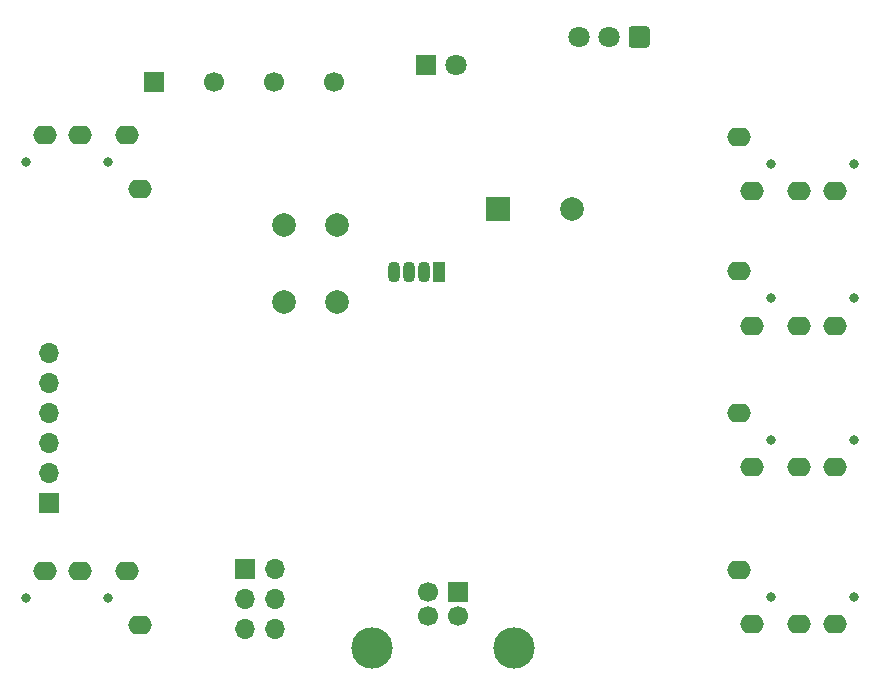
<source format=gts>
G04 #@! TF.GenerationSoftware,KiCad,Pcbnew,5.1.7-a382d34a8~87~ubuntu20.04.1*
G04 #@! TF.CreationDate,2020-11-13T16:05:12-05:00*
G04 #@! TF.ProjectId,atmega32u4_hub_pcb_1_3,61746d65-6761-4333-9275-345f6875625f,1.3*
G04 #@! TF.SameCoordinates,Original*
G04 #@! TF.FileFunction,Soldermask,Top*
G04 #@! TF.FilePolarity,Negative*
%FSLAX46Y46*%
G04 Gerber Fmt 4.6, Leading zero omitted, Abs format (unit mm)*
G04 Created by KiCad (PCBNEW 5.1.7-a382d34a8~87~ubuntu20.04.1) date 2020-11-13 16:05:12*
%MOMM*%
%LPD*%
G01*
G04 APERTURE LIST*
%ADD10O,1.700000X1.700000*%
%ADD11R,1.700000X1.700000*%
%ADD12C,1.800000*%
%ADD13O,2.000000X1.600000*%
%ADD14C,0.800000*%
%ADD15R,1.800000X1.800000*%
%ADD16C,2.000000*%
%ADD17C,3.500000*%
%ADD18C,1.700000*%
%ADD19O,1.070000X1.800000*%
%ADD20R,1.070000X1.800000*%
%ADD21R,2.000000X2.000000*%
G04 APERTURE END LIST*
D10*
X111455200Y-100330000D03*
X111455200Y-102870000D03*
X111455200Y-105410000D03*
X111455200Y-107950000D03*
X111455200Y-110490000D03*
D11*
X111455200Y-113030000D03*
D12*
X156311600Y-73596500D03*
X158851600Y-73596500D03*
G36*
G01*
X162291600Y-72944900D02*
X162291600Y-74248100D01*
G75*
G02*
X162043200Y-74496500I-248400J0D01*
G01*
X160740000Y-74496500D01*
G75*
G02*
X160491600Y-74248100I0J248400D01*
G01*
X160491600Y-72944900D01*
G75*
G02*
X160740000Y-72696500I248400J0D01*
G01*
X162043200Y-72696500D01*
G75*
G02*
X162291600Y-72944900I0J-248400D01*
G01*
G37*
D13*
X169850000Y-118717000D03*
X170950000Y-123317000D03*
X177950000Y-123317000D03*
D14*
X172550000Y-121017000D03*
X179550000Y-121017000D03*
D13*
X174950000Y-123317000D03*
D11*
X128000000Y-118668800D03*
D10*
X130540000Y-118668800D03*
X128000000Y-121208800D03*
X130540000Y-121208800D03*
X128000000Y-123748800D03*
X130540000Y-123748800D03*
D12*
X145859500Y-75946000D03*
D15*
X143319500Y-75946000D03*
D16*
X131318000Y-89512000D03*
X135818000Y-89512000D03*
X131318000Y-96012000D03*
X135818000Y-96012000D03*
D17*
X138780000Y-125334600D03*
X150820000Y-125334600D03*
D18*
X146050000Y-122624600D03*
X143550000Y-122624600D03*
X143550000Y-120624600D03*
D11*
X146050000Y-120624600D03*
D19*
X140652500Y-93472000D03*
X141922500Y-93472000D03*
X143192500Y-93472000D03*
D20*
X144462500Y-93472000D03*
D13*
X169850000Y-105438800D03*
X170950000Y-110038800D03*
X177950000Y-110038800D03*
D14*
X172550000Y-107738800D03*
X179550000Y-107738800D03*
D13*
X174950000Y-110038800D03*
X169850000Y-93437300D03*
X170950000Y-98037300D03*
X177950000Y-98037300D03*
D14*
X172550000Y-95737300D03*
X179550000Y-95737300D03*
D13*
X174950000Y-98037300D03*
X169850000Y-82032700D03*
X170950000Y-86632700D03*
X177950000Y-86632700D03*
D14*
X172550000Y-84332700D03*
X179550000Y-84332700D03*
D13*
X174950000Y-86632700D03*
X119150000Y-123377100D03*
X118050000Y-118777100D03*
X111050000Y-118777100D03*
D14*
X116450000Y-121077100D03*
X109450000Y-121077100D03*
D13*
X114050000Y-118777100D03*
X119150000Y-86509000D03*
X118050000Y-81909000D03*
X111050000Y-81909000D03*
D14*
X116450000Y-84209000D03*
X109450000Y-84209000D03*
D13*
X114050000Y-81909000D03*
D18*
X135572500Y-77406500D03*
X130492500Y-77406500D03*
X125412500Y-77406500D03*
D11*
X120322500Y-77406500D03*
D16*
X155702800Y-88128000D03*
D21*
X149402800Y-88138000D03*
M02*

</source>
